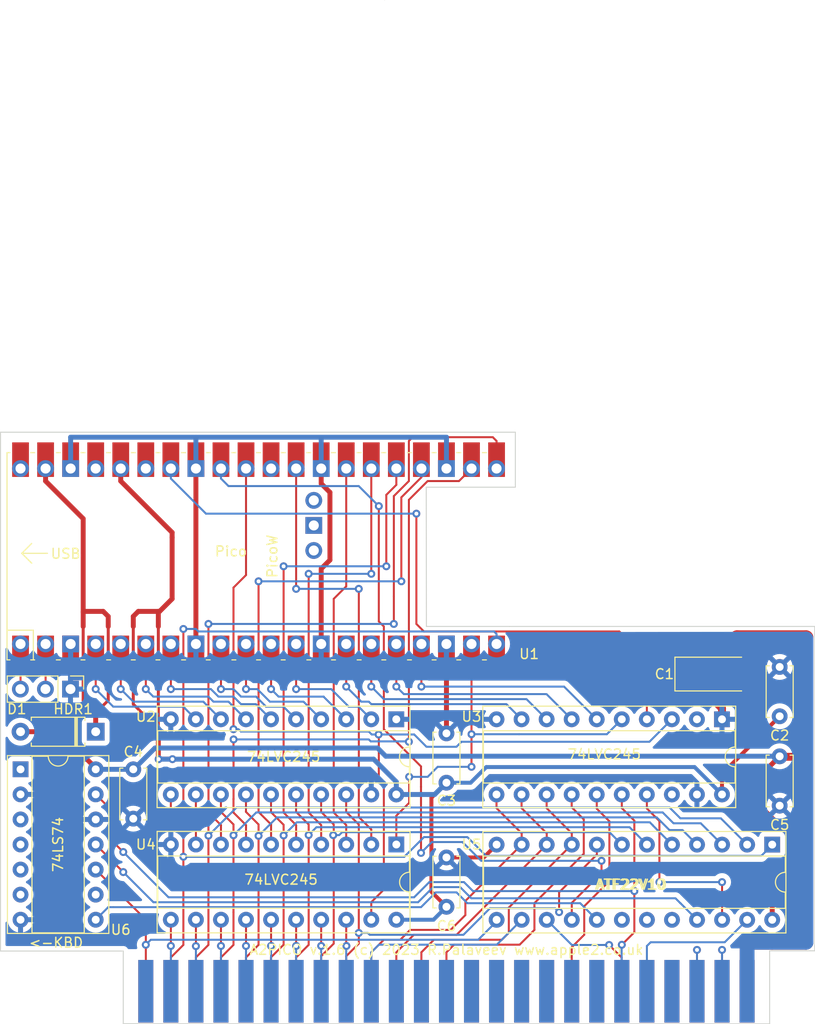
<source format=kicad_pcb>
(kicad_pcb (version 20211014) (generator pcbnew)
  (layers (0 "F.Cu" signal) (31 "B.Cu" signal) (34 "B.Paste" user) (35 "F.Paste" user) (36 "B.SilkS" user "B.Silkscreen") (37 "F.SilkS" user "F.Silkscreen") (38 "B.Mask" user) (39 "F.Mask" user) (44 "Edge.Cuts" user))
  (net 0 "")
  (net 1 "GND")
  (net 2 "3.3V")
  (net 3 "VSYS")
  (net 4 "5V")
  (footprint "" (layer "F.Cu") (at 147.32 135.519807)
    (fp_text reference "")
    (fp_text value "")
  )
  (footprint "" (layer "F.Cu") (at 144.78 135.519807)
    (fp_text reference "")
    (fp_text value "")
  )
  (footprint "" (layer "F.Cu") (at 167.64 135.519807)
    (fp_text reference "")
    (fp_text value "")
  )
  (footprint "" (layer "F.Cu") (at 165.1 135.519807)
    (fp_text reference "")
    (fp_text value "")
  )
  (footprint "Package_DIP:DIP-20_W7.62mm_Socket" (layer "F.Cu") (at 172.715 107.96 -90)
    (fp_text reference "U3")
    (fp_text value "74LVC245")
  )
  (footprint "" (layer "F.Cu") (at 147.32 135.519807)
    (fp_text reference "")
    (fp_text value "")
  )
  (footprint "" (layer "F.Cu") (at 172.72 135.519807)
    (fp_text reference "")
    (fp_text value "")
  )
  (footprint "" (layer "F.Cu") (at 160.02 135.519807)
    (fp_text reference "")
    (fp_text value "")
  )
  (footprint "" (layer "F.Cu") (at 124.46 135.519807)
    (fp_text reference "")
    (fp_text value "")
  )
  (footprint "Capacitor_THT:C_Disc_D5.0mm_W2.5mm_P5.00mm" (layer "F.Cu") (at 144.78 126.96 90)
    (fp_text reference "C6")
    (fp_text value "100n")
  )
  (footprint "" (layer "F.Cu") (at 167.64 135.519807)
    (fp_text reference "")
    (fp_text value "")
  )
  (footprint "" (layer "F.Cu") (at 114.3 135.519807)
    (fp_text reference "")
    (fp_text value "")
  )
  (footprint "" (layer "F.Cu") (at 116.84 135.519807)
    (fp_text reference "")
    (fp_text value "")
  )
  (footprint "" (layer "F.Cu") (at 139.7 135.519807)
    (fp_text reference "")
    (fp_text value "")
  )
  (footprint "" (layer "F.Cu") (at 152.4 135.519807)
    (fp_text reference "")
    (fp_text value "")
  )
  (footprint "Capacitor_THT:C_Disc_D5.0mm_W2.5mm_P5.00mm" (layer "F.Cu") (at 178.562 107.656 90)
    (fp_text reference "C2")
    (fp_text value "100n")
  )
  (footprint "Capacitor_Tantalum_SMD:CP_EIA-6032-15_Kemet-U" (layer "F.Cu") (at 171.704 103.378)
    (fp_text reference "C1")
    (fp_text value "220uF")
  )
  (footprint "" (layer "F.Cu") (at 149.86 135.519807)
    (fp_text reference "")
    (fp_text value "")
  )
  (footprint "" (layer "F.Cu") (at 124.46 135.519807)
    (fp_text reference "")
    (fp_text value "")
  )
  (footprint "Capacitor_THT:C_Disc_D5.0mm_W2.5mm_P5.00mm" (layer "F.Cu") (at 144.78 114.387 90)
    (fp_text reference "C3")
    (fp_text value "100n")
  )
  (footprint "" (layer "F.Cu") (at 137.16 135.519807)
    (fp_text reference "")
    (fp_text value "")
  )
  (footprint "" (layer "F.Cu") (at 162.56 135.519807)
    (fp_text reference "")
    (fp_text value "")
  )
  (footprint "Package_DIP:DIP-20_W7.62mm_Socket" (layer "F.Cu") (at 139.7 120.65 -90)
    (fp_text reference "U4")
    (fp_text value "74LVC245")
  )
  (footprint "" (layer "F.Cu") (at 142.24 135.519807)
    (fp_text reference "")
    (fp_text value "")
  )
  (footprint "" (layer "F.Cu") (at 137.16 135.519807)
    (fp_text reference "")
    (fp_text value "")
  )
  (footprint "" (layer "F.Cu") (at 154.94 135.519807)
    (fp_text reference "")
    (fp_text value "")
  )
  (footprint "" (layer "F.Cu") (at 119.38 135.519807)
    (fp_text reference "")
    (fp_text value "")
  )
  (footprint "" (layer "F.Cu") (at 127 135.519807)
    (fp_text reference "")
    (fp_text value "")
  )
  (footprint "Package_DIP:DIP-14_W7.62mm_Socket" (layer "F.Cu") (at 101.6 113.03)
    (fp_text reference "U6")
    (fp_text value "74LS74")
  )
  (footprint "Capacitor_THT:C_Disc_D5.0mm_W2.5mm_P5.00mm" (layer "F.Cu") (at 113.03 118.03 90)
    (fp_text reference "C4")
    (fp_text value "100n")
  )
  (footprint "Package_DIP:DIP-20_W7.62mm_Socket" (layer "F.Cu") (at 139.695 107.96 -90)
    (fp_text reference "U2")
    (fp_text value "74LVC245")
  )
  (footprint "RaspberryPI PicoW:RPi_PicoW_SMD_TH" (layer "F.Cu") (at 125.73 91.44 90)
    (fp_text reference "U1")
    (fp_text value "PicoW")
  )
  (footprint "" (layer "F.Cu") (at 157.48 135.519807)
    (fp_text reference "")
    (fp_text value "")
  )
  (footprint "" (layer "F.Cu") (at 175.26 135.519807)
    (fp_text reference "")
    (fp_text value "")
  )
  (footprint "" (layer "F.Cu") (at 134.62 135.519807)
    (fp_text reference "")
    (fp_text value "")
  )
  (footprint "" (layer "F.Cu") (at 160.02 135.519807)
    (fp_text reference "")
    (fp_text value "")
  )
  (footprint "" (layer "F.Cu") (at 139.7 135.519807)
    (fp_text reference "")
    (fp_text value "")
  )
  (footprint "Package_DIP:DIP-24_W7.62mm_Socket" (layer "F.Cu") (at 177.805 120.66 -90)
    (fp_text reference "U5")
    (fp_text value "ATF22V10")
  )
  (footprint "" (layer "F.Cu") (at 165.1 135.519807)
    (fp_text reference "")
    (fp_text value "")
  )
  (footprint "" (layer "F.Cu") (at 121.92 135.519807)
    (fp_text reference "")
    (fp_text value "")
  )
  (footprint "" (layer "F.Cu") (at 152.4 135.519807)
    (fp_text reference "")
    (fp_text value "")
  )
  (footprint "" (layer "F.Cu") (at 142.24 135.519807)
    (fp_text reference "")
    (fp_text value "")
  )
  (footprint "" (layer "F.Cu") (at 114.3 135.519807)
    (fp_text reference "")
    (fp_text value "")
  )
  (footprint "" (layer "F.Cu") (at 116.84 135.519807)
    (fp_text reference "")
    (fp_text value "")
  )
  (footprint "Connector_PinHeader_2.54mm:PinHeader_1x03_P2.54mm_Vertical" (layer "F.Cu") (at 106.665 104.902 -90)
    (fp_text reference "HDR1")
    (fp_text value "PinHeader_1x03_P2.54mm_Vertical" hide)
  )
  (footprint "" (layer "F.Cu") (at 157.48 135.519807)
    (fp_text reference "")
    (fp_text value "")
  )
  (footprint "" (layer "F.Cu") (at 149.86 135.519807)
    (fp_text reference "")
    (fp_text value "")
  )
  (footprint "" (layer "F.Cu") (at 129.54 135.519807)
    (fp_text reference "")
    (fp_text value "")
  )
  (footprint "" (layer "F.Cu") (at 127 135.519807)
    (fp_text reference "")
    (fp_text value "")
  )
  (footprint "" (layer "F.Cu") (at 170.18 135.519807)
    (fp_text reference "")
    (fp_text value "")
  )
  (footprint "" (layer "F.Cu") (at 121.92 135.519807)
    (fp_text reference "")
    (fp_text value "")
  )
  (footprint "" (layer "F.Cu") (at 172.72 135.519807)
    (fp_text reference "")
    (fp_text value "")
  )
  (footprint "" (layer "F.Cu") (at 132.08 135.519807)
    (fp_text reference "")
    (fp_text value "")
  )
  (footprint "" (layer "F.Cu") (at 134.62 135.519807)
    (fp_text reference "")
    (fp_text value "")
  )
  (footprint "" (layer "F.Cu") (at 162.56 135.519807)
    (fp_text reference "")
    (fp_text value "")
  )
  (footprint "" (layer "F.Cu") (at 119.38 135.519807)
    (fp_text reference "")
    (fp_text value "")
  )
  (footprint "Diode_THT:D_A-405_P7.62mm_Horizontal" (layer "F.Cu") (at 109.22 109.22 180)
    (fp_text reference "D1")
    (fp_text value "D_A-405_P7.62mm_Horizontal" hide)
  )
  (footprint "" (layer "F.Cu") (at 154.94 135.519807)
    (fp_text reference "")
    (fp_text value "")
  )
  (footprint "" (layer "F.Cu") (at 144.78 135.519807)
    (fp_text reference "")
    (fp_text value "")
  )
  (footprint "" (layer "F.Cu") (at 170.18 135.519807)
    (fp_text reference "")
    (fp_text value "")
  )
  (footprint "" (layer "F.Cu") (at 129.54 135.519807)
    (fp_text reference "")
    (fp_text value "")
  )
  (footprint "Capacitor_THT:C_Disc_D5.0mm_W2.5mm_P5.00mm" (layer "F.Cu") (at 178.562 116.713 90)
    (fp_text reference "C5")
    (fp_text value "100n")
  )
  (footprint "" (layer "F.Cu") (at 175.26 135.519807)
    (fp_text reference "")
    (fp_text value "")
  )
  (footprint "" (layer "F.Cu") (at 132.08 135.519807)
    (fp_text reference "")
    (fp_text value "")
  )
  (gr_line (start 102.73 90.14) (end 101.73 91.14) (layer "F.SilkS") (width 0.12))
  (gr_line (start 101.73 91.14) (end 102.73 92.14) (layer "F.SilkS") (width 0.12))
  (gr_line (start 104.33 91.14) (end 101.73 91.14) (layer "F.SilkS") (width 0.12))
  (gr_line (start 102.73 92.14) (end 101.73 91.14) (layer "F.SilkS") (width 0.12))
  (gr_line (start 177.546 138.821807) (end 177.546 131.4196) (layer "Edge.Cuts") (width 0.1))
  (gr_line (start 151.1808 98.552) (end 182.118 98.552) (layer "Edge.Cuts") (width 0.1))
  (gr_line (start 151.1808 98.552) (end 142.748 98.552) (layer "Edge.Cuts") (width 0.1))
  (gr_line (start 142.73 84.44) (end 142.748 98.552) (layer "Edge.Cuts") (width 0.1))
  (gr_line (start 177.546 131.4196) (end 182.118 131.4196) (layer "Edge.Cuts") (width 0.1))
  (gr_line (start 99.568 131.445) (end 99.568 78.867) (layer "Edge.Cuts") (width 0.1))
  (gr_line (start 99.568 78.867) (end 151.765 78.867) (layer "Edge.Cuts") (width 0.1))
  (gr_line (start 112.014 131.445) (end 99.568 131.445) (layer "Edge.Cuts") (width 0.1))
  (gr_line (start 151.765 78.867) (end 151.765 84.44) (layer "Edge.Cuts") (width 0.1))
  (gr_line (start 112.014 138.811) (end 177.546 138.821807) (layer "Edge.Cuts") (width 0.1))
  (gr_line (start 138.516 35.096) (end 138.516 35.096) (layer "Edge.Cuts") (width 0.05))
  (gr_line (start 142.73 84.44) (end 151.765 84.44) (layer "Edge.Cuts") (width 0.1))
  (gr_line (start 112.014 138.811) (end 112.014 131.445) (layer "Edge.Cuts") (width 0.1))
  (gr_line (start 182.118 131.4196) (end 182.118 98.552) (layer "Edge.Cuts") (width 0.1))
  (gr_text "" (at 152.4 135.519807) (layer "F.SilkS") (effects (font (size 1.27 1.27))))
  (gr_text "" (at 152.4 135.519807) (layer "F.SilkS") (effects (font (size 1.27 1.27))))
  (gr_text "A2PICO v.1.6 (c) 2023 R.Palaveev www.apple2.co.uk" (at 144.78 131.318) (layer "F.SilkS") (effects (font (size 1 1))))
  (gr_text "Pico" (at 122.93 90.94) (layer "F.SilkS") (effects (font (size 1 1))))
  (gr_text "USB" (at 106.172 91.186) (layer "F.SilkS") (effects (font (size 1 1))))
  (gr_text "<-KBD" (at 105.2 130.6) (layer "F.SilkS") (effects (font (size 1 1))))
  (gr_text "ATF22V10" (at 163.576 124.714) (layer "F.SilkS") (effects (font (size 1 1))))
  (segment (start 104.14 104.887) (end 104.125 104.902) (width 0.2) (layer "F.Cu") (net 0))
  (segment (start 142.2 114.8) (end 142.2 121.5) (width 0.2) (layer "F.Cu") (net 0))
  (segment (start 111.76 100.33) (end 111.76 104.902) (width 0.2) (layer "F.Cu") (net 0))
  (segment (start 137.9 109.5) (end 137.922 109.522) (width 0.2) (layer "F.Cu") (net 0))
  (segment (start 123.19 127.508) (end 123.19 119.71) (width 0.2) (layer "F.Cu") (net 0))
  (segment (start 135.895 116.083) (end 135.895 107.183) (width 0.2) (layer "F.Cu") (net 0))
  (segment (start 134.62 94.488) (end 133.35 95.758) (width 0.2) (layer "F.Cu") (net 0))
  (segment (start 138.43 125.222) (end 137.16 126.492) (width 0.2) (layer "F.Cu") (net 0))
  (segment (start 124.46 104.902) (end 124.46 100.33) (width 0.2) (layer "F.Cu") (net 0))
  (segment (start 166.37 124.46) (end 166.37 118.27) (width 0.2) (layer "F.Cu") (net 0))
  (segment (start 154.945 120.66) (end 145.805 129.8) (width 0.2) (layer "F.Cu") (net 0))
  (segment (start 123.19 119.71) (end 123.19 118.618) (width 0.2) (layer "F.Cu") (net 0))
  (segment (start 166.37 118.27) (end 165.095 116.995) (width 0.2) (layer "F.Cu") (net 0))
  (segment (start 116.84 132.09) (end 118.11 130.82) (width 0.2) (layer "F.Cu") (net 0))
  (segment (start 129.54 94.742) (end 129.54 82.55) (width 0.2) (layer "F.Cu") (net 0))
  (segment (start 158.75 129.794) (end 157.48 131.064) (width 0.2) (layer "F.Cu") (net 0))
  (segment (start 130.81 93.218) (end 130.81 117.4115) (width 0.2) (layer "F.Cu") (net 0))
  (segment (start 121.92 130.927258) (end 121.92 128.27) (width 0.2) (layer "F.Cu") (net 0))
  (segment (start 114.3 128.27) (end 109.22 123.19) (width 0.2) (layer "F.Cu") (net 0))
  (segment (start 121.92 120.5865) (end 121.92 118.6815) (width 0.2) (layer "F.Cu") (net 0))
  (segment (start 152.395 116.962) (end 154.945 119.512) (width 0.2) (layer "F.Cu") (net 0))
  (segment (start 142.875 83.82) (end 146.05 83.82) (width 0.2) (layer "F.Cu") (net 0))
  (segment (start 137.16 120.5965) (end 137.16 119.126) (width 0.2) (layer "F.Cu") (net 0))
  (segment (start 150.4 130.3) (end 143.512 130.3) (width 0.2) (layer "F.Cu") (net 0))
  (segment (start 116.835 117.47) (end 116.835 115.58) (width 0.2) (layer "F.Cu") (net 0))
  (segment (start 139.482 110.018) (end 138.43 108.966) (width 0.2) (layer "F.Cu") (net 0))
  (segment (start 130.81 125.984) (end 130.81 119.69) (width 0.2) (layer "F.Cu") (net 0))
  (segment (start 123.195 112.273) (end 123.19 112.268) (width 0.2) (layer "F.Cu") (net 0))
  (segment (start 160.5 123.55) (end 157.485 126.565) (width 0.2) (layer "F.Cu") (net 0))
  (segment (start 137.922 98.044) (end 137.922 86.36) (width 0.2) (layer "F.Cu") (net 0))
  (segment (start 132.075 117.343) (end 132.075 115.58) (width 0.2) (layer "F.Cu") (net 0))
  (segment (start 140.098 130.302) (end 138.43 130.302) (width 0.2) (layer "F.Cu") (net 0))
  (segment (start 140.97 83.82) (end 140.97 79.756) (width 0.2) (layer "F.Cu") (net 0))
  (segment (start 158.75 126.9) (end 158.75 129.794) (width 0.2) (layer "F.Cu") (net 0))
  (segment (start 128.27 92.456) (end 128.27 117.4115) (width 0.2) (layer "F.Cu") (net 0))
  (segment (start 149.855 116.962) (end 152.405 119.512) (width 0.2) (layer "F.Cu") (net 0))
  (segment (start 135.89 129.61) (end 135.89 123.444) (width 0.2) (layer "F.Cu") (net 0))
  (segment (start 128.27 130.801065) (end 128.27 126.492) (width 0.2) (layer "F.Cu") (net 0))
  (segment (start 161.3 118.3) (end 161.3 124.35) (width 0.2) (layer "F.Cu") (net 0))
  (segment (start 149.86 79.756) (end 149.86 82.55) (width 0.2) (layer "F.Cu") (net 0))
  (segment (start 118.11 118.745) (end 116.835 117.47) (width 0.2) (layer "F.Cu") (net 0))
  (segment (start 132.08 131.963) (end 133.35 130.693) (width 0.2) (layer "F.Cu") (net 0))
  (segment (start 129.54 132.09) (end 130.81 130.82) (width 0.2) (layer "F.Cu") (net 0))
  (segment (start 134.62 104.14) (end 134.62 104.648) (width 0.2) (layer "F.Cu") (net 0))
  (segment (start 132.08 130.927258) (end 132.08 128.27) (width 0.2) (layer "F.Cu") (net 0))
  (segment (start 160.025 120.66) (end 160.025 121.675) (width 0.2) (layer "F.Cu") (net 0))
  (segment (start 118.11 130.048) (end 118.11 121.89) (width 0.2) (layer "F.Cu") (net 0))
  (segment (start 125.73 118.618) (end 124.455 117.343) (width 0.2) (layer "F.Cu") (net 0))
  (segment (start 157.48 131.064) (end 157.48 138.040065) (width 0.2) (layer "F.Cu") (net 0))
  (segment (start 129.54 138.040065) (end 129.54 132.070258) (width 0.2) (layer "F.Cu") (net 0))
  (segment (start 116.84 130.927258) (end 116.84 128.27) (width 0.2) (layer "F.Cu") (net 0))
  (segment (start 130.81 118.618) (end 129.535 117.343) (width 0.2) (layer "F.Cu") (net 0))
  (segment (start 120.65 109.21) (end 120.655 109.215) (width 0.2) (layer "F.Cu") (net 0))
  (segment (start 157.485 119.512) (end 157.485 120.66) (width 0.2) (layer "F.Cu") (net 0))
  (segment (start 140.97 79.756) (end 141.351 79.375) (width 0.2) (layer "F.Cu") (net 0))
  (segment (start 145.2 129.3) (end 141.1 129.3) (width 0.2) (layer "F.Cu") (net 0))
  (segment (start 123.19 118.618) (end 121.915 117.343) (width 0.2) (layer "F.Cu") (net 0))
  (segment (start 135.89 106.924) (end 135.895 106.929) (width 0.2) (layer "F.Cu") (net 0))
  (segment (start 156.2 125.5) (end 156.2 127.5) (width 0.2) (layer "F.Cu") (net 0))
  (segment (start 124.46 93.345) (end 124.46 82.55) (width 0.2) (layer "F.Cu") (net 0))
  (segment (start 160.015 117.015) (end 161.3 118.3) (width 0.2) (layer "F.Cu") (net 0))
  (segment (start 153.7 126.589) (end 153.7 129.3) (width 0.2) (layer "F.Cu") (net 0))
  (segment (start 160.025 121.675) (end 156.2 125.5) (width 0.2) (layer "F.Cu") (net 0))
  (segment (start 162.56 130.81) (end 163.83 129.54) (width 0.2) (layer "F.Cu") (net 0))
  (segment (start 134.62 131.953) (end 134.62 138.040065) (width 0.2) (layer "F.Cu") (net 0))
  (segment (start 118.11 119.69) (end 118.11 118.745) (width 0.2) (layer "F.Cu") (net 0))
  (segment (start 127 132.325065) (end 127 137.932) (width 0.2) (layer "F.Cu") (net 0))
  (segment (start 118.11 117.475) (end 118.11 98.806) (width 0.2) (layer "F.Cu") (net 0))
  (segment (start 133.35 125.476) (end 133.35 118.618) (width 0.2) (layer "F.Cu") (net 0))
  (segment (start 140.208 93.98) (end 140.208 85.471) (width 0.2) (layer "F.Cu") (net 0))
  (segment (start 141.472 129.8) (end 139.7 131.572) (width 0.2) (layer "F.Cu") (net 0))
  (segment (start 104.14 100.33) (end 104.14 104.887) (width 0.2) (layer "F.Cu") (net 0))
  (segment (start 165.095 101.849) (end 165.095 107.96) (width 0.2) (layer "F.Cu") (net 0))
  (segment (start 127 132.071065) (end 128.27 130.801065) (width 0.2) (layer "F.Cu") (net 0))
  (segment (start 125.73 127) (end 125.73 119.77) (width 0.2) (layer "F.Cu") (net 0))
  (segment (start 143.512 130.3) (end 142.24 131.572) (width 0.2) (layer "F.Cu") (net 0))
  (segment (start 124.46 118.6815) (end 123.19 117.4115) (width 0.2) (layer "F.Cu") (net 0))
  (segment (start 138.43 130.302) (end 137.16 131.572) (width 0.2) (layer "F.Cu") (net 0))
  (segment (start 162.540258 132.099742) (end 161.270258 130.829742) (width 0.2) (layer "F.Cu") (net 0))
  (segment (start 141.1 129.3) (end 140.098 130.302) (width 0.2) (layer "F.Cu") (net 0))
  (segment (start 137.922 109.522) (end 137.922 114.046) (width 0.2) (layer "F.Cu") (net 0))
  (segment (start 172.72 131.328807) (end 172.72 135.265807) (width 0.2) (layer "F.Cu") (net 0))
  (segment (start 140.208 85.471) (end 142.24 83.439) (width 0.2) (layer "F.Cu") (net 0))
  (segment (start 101.6 100.33) (end 101.6 104.887) (width 0.2) (layer "F.Cu") (net 0))
  (segment (start 139.7 131.572) (end 139.7 135.519807) (width 0.2) (layer "F.Cu") (net 0))
  (segment (start 137.16 126.492) (end 137.16 128.27) (width 0.2) (layer "F.Cu") (net 0))
  (segment (start 145.552 130.8) (end 144.78 131.572) (width 0.2) (layer "F.Cu") (net 0))
  (segment (start 109.22 120.65) (end 112.014 123.444) (width 0.2) (layer "F.Cu") (net 0))
  (segment (start 132.08 131.943258) (end 132.08 138.040065) (width 0.2) (layer "F.Cu") (net 0))
  (segment (start 135.89 130.693) (end 135.89 129.61) (width 0.2) (layer "F.Cu") (net 0))
  (segment (start 146.05 83.82) (end 147.32 82.55) (width 0.2) (layer "F.Cu") (net 0))
  (segment (start 120.65 119.75) (end 120.65 118.745) (width 0.2) (layer "F.Cu") (net 0))
  (segment (start 142.2 112.736) (end 142.2 114.8) (width 0.2) (layer "F.Cu") (net 0))
  (segment (start 128.27 119.73) (end 128.27 118.64975) (width 0.2) (layer "F.Cu") (net 0))
  (segment (start 120.65 98.298) (end 120.65 109.21) (width 0.2) (layer "F.Cu") (net 0))
  (segment (start 119.375 117.47) (end 119.375 115.58) (width 0.2) (layer "F.Cu") (net 0))
  (segment (start 152.395 115.58) (end 152.395 116.962) (width 0.2) (layer "F.Cu") (net 0))
  (segment (start 134.62 82.55) (end 134.62 94.488) (width 0.2) (layer "F.Cu") (net 0))
  (segment (start 152.405 119.512) (end 152.405 120.66) (width 0.2) (layer "F.Cu") (net 0))
  (segment (start 134.62 130.907516) (end 134.62 128.27) (width 0.2) (layer "F.Cu") (net 0))
  (segment (start 123.19 108.966) (end 123.19 94.615) (width 0.2) (layer "F.Cu") (net 0))
  (segment (start 139.7 117.729) (end 139.7 120.65) (width 0.2) (layer "F.Cu") (net 0))
  (segment (start 135.89 117.856) (end 135.89 116.0245) (width 0.2) (layer "F.Cu") (net 0))
  (segment (start 157.485 120.66) (end 151.1 127.045) (width 0.2) (layer "F.Cu") (net 0))
  (segment (start 161.3 124.35) (end 158.75 126.9) (width 0.2) (layer "F.Cu") (net 0))
  (segment (start 124.46 130.927258) (end 124.46 128.27) (width 0.2) (layer "F.Cu") (net 0))
  (segment (start 133.35 95.758) (end 133.35 117.4115) (width 0.2) (layer "F.Cu") (net 0))
  (segment (start 123.19 94.615) (end 124.46 93.345) (width 0.2) (layer "F.Cu") (net 0))
  (segment (start 120.87225 117.63375) (end 120.65 117.4115) (width 0.2) (layer "F.Cu") (net 0))
  (segment (start 147.32 109.474) (end 147.32 100.33) (width 0.2) (layer "F.Cu") (net 0))
  (segment (start 172.725 124.465) (end 172.725 128.28) (width 0.2) (layer "F.Cu") (net 0))
  (segment (start 133.35 117.4115) (end 134.62 118.6815) (width 0.2) (layer "F.Cu") (net 0))
  (segment (start 144.78 131.572) (end 144.78 135.519807) (width 0.2) (layer "F.Cu") (net 0))
  (segment (start 135.895 106.675) (end 135.895 94.747) (width 0.2) (layer "F.Cu") (net 0))
  (segment (start 139.7 84.201) (end 139.7 82.55) (width 0.2) (layer "F.Cu") (net 0))
  (segment (start 127 130.927258) (end 127 128.27) (width 0.2) (layer "F.Cu") (net 0))
  (segment (start 121.92 132.09) (end 123.19 130.82) (width 0.2) (layer "F.Cu") (net 0))
  (segment (start 120.65 118.745) (end 119.375 117.47) (width 0.2) (layer "F.Cu") (net 0))
  (segment (start 128.27 117.4115) (end 129.54 118.6815) (width 0.2) (layer "F.Cu") (net 0))
  (segment (start 119.38 130.947) (end 119.38 128.27) (width 0.2) (layer "F.Cu") (net 0))
  (segment (start 130.81 119.69) (end 130.81 118.618) (width 0.2) (layer "F.Cu") (net 0))
  (segment (start 142.24 100.33) (end 142.24 104.648) (width 0.2) (layer "F.Cu") (net 0))
  (segment (start 157.475 115.58) (end 157.475 116.875) (width 0.2) (layer "F.Cu") (net 0))
  (segment (start 139.446 95.504) (end 139.446 98.298) (width 0.2) (layer "F.Cu") (net 0))
  (segment (start 114.3 130.81) (end 114.3 135.754065) (width 0.2) (layer "F.Cu") (net 0))
  (segment (start 147.32 109.474) (end 147.32 112.776) (width 0.2) (layer "F.Cu") (net 0))
  (segment (start 154.935 116.962) (end 157.485 119.512) (width 0.2) (layer "F.Cu") (net 0))
  (segment (start 142.24 83.439) (end 142.24 82.55) (width 0.2) (layer "F.Cu") (net 0))
  (segment (start 134.62 104.14) (end 134.62 100.33) (width 0.2) (layer "F.Cu") (net 0))
  (segment (start 172.72 124.46) (end 172.725 124.465) (width 0.2) (layer "F.Cu") (net 0))
  (segment (start 128.27 126.492) (end 128.27 119.73) (width 0.2) (layer "F.Cu") (net 0))
  (segment (start 110.998 120.396) (end 110.998 117.348) (width 0.2) (layer "F.Cu") (net 0))
  (segment (start 137.16 104.14) (end 137.16 104.648) (width 0.2) (layer "F.Cu") (net 0))
  (segment (start 149.855 115.58) (end 149.855 116.962) (width 0.2) (layer "F.Cu") (net 0))
  (segment (start 154.945 119.512) (end 154.945 120.66) (width 0.2) (layer "F.Cu") (net 0))
  (segment (start 119.38 132.070258) (end 119.38 138.040065) (width 0.2) (layer "F.Cu") (net 0))
  (segment (start 141 113.792) (end 141 116.429) (width 0.2) (layer "F.Cu") (net 0))
  (segment (start 158.7 118.1) (end 158.7 121.589) (width 0.2) (layer "F.Cu") (net 0))
  (segment (start 160.5 122.3) (end 160.5 123.55) (width 0.2) (layer "F.Cu") (net 0))
  (segment (start 125.73 119.77) (end 125.73 118.618) (width 0.2) (layer "F.Cu") (net 0))
  (segment (start 119.38 118.745) (end 118.11 117.475) (width 0.2) (layer "F.Cu") (net 0))
  (segment (start 137.922 114.046) (end 138.43 114.554) (width 0.2) (layer "F.Cu") (net 0))
  (segment (start 121.92 118.6815) (end 120.87225 117.63375) (width 0.2) (layer "F.Cu") (net 0))
  (segment (start 138.43 114.554) (end 138.43 125.222) (width 0.2) (layer "F.Cu") (net 0))
  (segment (start 138.43 108.966) (end 138.43 98.552) (width 0.2) (layer "F.Cu") (net 0))
  (segment (start 114.3 130.81) (end 114.3 128.27) (width 0.2) (layer "F.Cu") (net 0))
  (segment (start 120.655 117.4165) (end 120.87225 117.63375) (width 0.2) (layer "F.Cu") (net 0))
  (segment (start 124.46 120.5865) (end 124.46 118.6815) (width 0.2) (layer "F.Cu") (net 0))
  (segment (start 146.7 126.365) (end 146.7 127.8) (width 0.2) (layer "F.Cu") (net 0))
  (segment (start 134.62 118.6815) (end 134.62 120.5865) (width 0.2) (layer "F.Cu") (net 0))
  (segment (start 146.7 127.8) (end 145.2 129.3) (width 0.2) (layer "F.Cu") (net 0))
  (segment (start 145.805 129.8) (end 141.472 129.8) (width 0.2) (layer "F.Cu") (net 0))
  (segment (start 119.38 120.65) (end 119.38 118.745) (width 0.2) (layer "F.Cu") (net 0))
  (segment (start 121.915 117.343) (end 121.915 115.58) (width 0.2) (layer "F.Cu") (net 0))
  (segment (start 151.1 129.6) (end 150.4 130.3) (width 0.2) (layer "F.Cu") (net 0))
  (segment (start 137.16 93.218) (end 137.16 82.55) (width 0.2) (layer "F.Cu") (net 0))
  (segment (start 162.555 116.955) (end 162.555 115.58) (width 0.2) (layer "F.Cu") (net 0))
  (segment (start 129.54 104.902) (end 129.54 100.33) (width 0.2) (layer "F.Cu") (net 0))
  (segment (start 109.22 100.33) (end 109.22 104.902) (width 0.2) (layer "F.Cu") (net 0))
  (segment (start 141 116.429) (end 139.7 117.729) (width 0.2) (layer "F.Cu") (net 0))
  (segment (start 124.46 132.070258) (end 124.46 138.040065) (width 0.2) (layer "F.Cu") (net 0))
  (segment (start 134.62 131.963) (end 135.89 130.693) (width 0.2) (layer "F.Cu") (net 0))
  (segment (start 138.43 98.552) (end 137.922 98.044) (width 0.2) (layer "F.Cu") (net 0))
  (segment (start 123.19 130.82) (end 123.19 127.508) (width 0.2) (layer "F.Cu") (net 0))
  (segment (start 139.446 85.344) (end 140.97 83.82) (width 0.2) (layer "F.Cu") (net 0))
  (segment (start 133.35 130.693) (end 133.35 125.476) (width 0.2) (layer "F.Cu") (net 0))
  (segment (start 152.405 120.66) (end 146.7 126.365) (width 0.2) (layer "F.Cu") (net 0))
  (segment (start 114.3 100.33) (end 114.3 104.902) (width 0.2) (layer "F.Cu") (net 0))
  (segment (start 141.351 79.375) (end 149.479 79.375) (width 0.2) (layer "F.Cu") (net 0))
  (segment (start 137.16 119.126) (end 135.89 117.856) (width 0.2) (layer "F.Cu") (net 0))
  (segment (start 120.65 130.82) (end 120.65 119.75) (width 0.2) (layer "F.Cu") (net 0))
  (segment (start 141.732 87.122) (end 141.732 98.298) (width 0.2) (layer "F.Cu") (net 0))
  (segment (start 163.83 118.23) (end 162.555 116.955) (width 0.2) (layer "F.Cu") (net 0))
  (segment (start 125.73 93.98) (end 125.73 117.348) (width 0.2) (layer "F.Cu") (net 0))
  (segment (start 129.54 130.927258) (end 129.54 128.27) (width 0.2) (layer "F.Cu") (net 0))
  (segment (start 162.306 99.06) (end 165.095 101.849) (width 0.2) (layer "F.Cu") (net 0))
  (segment (start 135.895 106.675) (end 135.895 107.183) (width 0.2) (layer "F.Cu") (net 0))
  (segment (start 154.935 115.58) (end 154.935 116.962) (width 0.2) (layer "F.Cu") (net 0))
  (segment (start 127 104.902) (end 127 100.33) (width 0.2) (layer "F.Cu") (net 0))
  (segment (start 127 118.618) (end 127 120.65) (width 0.2) (layer "F.Cu") (net 0))
  (segment (start 137.16 131.572) (end 137.16 135.519807) (width 0.2) (layer "F.Cu") (net 0))
  (segment (start 127 132.325065) (end 127 132.198065) (width 0.2) (layer "F.Cu") (net 0))
  (segment (start 141.732 98.298) (end 142.494 99.06) (width 0.2) (layer "F.Cu") (net 0))
  (segment (start 118.11 121.89) (end 118.11 119.69) (width 0.2) (layer "F.Cu") (net 0))
  (segment (start 158.7 121.589) (end 153.7 126.589) (width 0.2) (layer "F.Cu") (net 0))
  (segment (start 170.18 131.328807) (end 170.18 135.265807) (width 0.2) (layer "F.Cu") (net 0))
  (segment (start 133.35 118.618) (end 132.075 117.343) (width 0.2) (layer "F.Cu") (net 0))
  (segment (start 124.455 117.343) (end 124.455 115.58) (width 0.2) (layer "F.Cu") (net 0))
  (segment (start 123.19 112.268) (end 123.19 110.01) (width 0.2) (layer "F.Cu") (net 0))
  (segment (start 140.97 85.725) (end 142.875 83.82) (width 0.2) (layer "F.Cu") (net 0))
  (segment (start 126.995 117.37475) (end 126.995 115.58) (width 0.2) (layer "F.Cu") (net 0))
  (segment (start 165.095 116.995) (end 165.095 115.58) (width 0.2) (layer "F.Cu") (net 0))
  (segment (start 139.482 110.018) (end 142.2 112.736) (width 0.2) (layer "F.Cu") (net 0))
  (segment (start 138.684 85.217) (end 139.7 84.201) (width 0.2) (layer "F.Cu") (net 0))
  (segment (start 163.83 129.54) (end 163.83 125.37) (width 0.2) (layer "F.Cu") (net 0))
  (segment (start 151.1 127.045) (end 151.1 129.6) (width 0.2) (layer "F.Cu") (net 0))
  (segment (start 149.479 79.375) (end 149.86 79.756) (width 0.2) (layer "F.Cu") (net 0))
  (segment (start 130.81 130.82) (end 130.81 125.984) (width 0.2) (layer "F.Cu") (net 0))
  (segment (start 120.655 109.215) (end 120.655 117.4165) (width 0.2) (layer "F.Cu") (net 0))
  (segment (start 129.54 118.6815) (end 129.54 120.5865) (width 0.2) (layer "F.Cu") (net 0))
  (segment (start 129.535 117.343) (end 129.535 115.58) (width 0.2) (layer "F.Cu") (net 0))
  (segment (start 116.84 100.33) (end 116.84 104.902) (width 0.2) (layer "F.Cu") (net 0))
  (segment (start 157.485 126.565) (end 157.485 128.28) (width 0.2) (layer "F.Cu") (net 0))
  (segment (start 110.998 117.348) (end 109.22 115.57) (width 0.2) (layer "F.Cu") (net 0))
  (segment (start 125.73 117.348) (end 127 118.618) (width 0.2) (layer "F.Cu") (net 0))
  (segment (start 162.540258 132.089742) (end 162.540258 138.176807) (width 0.2) (layer "F.Cu") (net 0))
  (segment (start 128.27 118.64975) (end 126.995 117.37475) (width 0.2) (layer "F.Cu") (net 0))
  (segment (start 135.89 123.444) (end 135.89 118.618) (width 0.2) (layer "F.Cu") (net 0))
  (segment (start 130.81 117.4115) (end 132.08 118.6815) (width 0.2) (layer "F.Cu") (net 0))
  (segment (start 138.684 92.456) (end 138.684 85.217) (width 0.2) (layer "F.Cu") (net 0))
  (segment (start 153.7 129.3) (end 152.2 130.8) (width 0.2) (layer "F.Cu") (net 0))
  (segment (start 123.19 117.4115) (end 123.19 116.0145) (width 0.2) (layer "F.Cu") (net 0))
  (segment (start 139.446 95.504) (end 139.446 85.344) (width 0.2) (layer "F.Cu") (net 0))
  (segment (start 135.895 107.183) (end 135.895 106.929) (width 0.2) (layer "F.Cu") (net 0))
  (segment (start 132.08 118.6815) (end 132.08 120.5865) (width 0.2) (layer "F.Cu") (net 0))
  (segment (start 112.014 121.412) (end 110.998 120.396) (width 0.2) (layer "F.Cu") (net 0))
  (segment (start 163.83 125.37) (end 163.83 118.23) (width 0.2) (layer "F.Cu") (net 0))
  (segment (start 125.73 130.82) (end 125.73 127) (width 0.2) (layer "F.Cu") (net 0))
  (segment (start 123.19 110.01) (end 123.2 110) (width 0.2) (layer "F.Cu") (net 0))
  (segment (start 118.11 130.82) (end 118.11 130.048) (width 0.2) (layer "F.Cu") (net 0))
  (segment (start 124.46 132.09) (end 125.73 130.82) (width 0.2) (layer "F.Cu") (net 0))
  (segment (start 137.16 104.14) (end 137.16 100.33) (width 0.2) (layer "F.Cu") (net 0))
  (segment (start 123.195 116.073) (end 123.195 112.273) (width 0.2) (layer "F.Cu") (net 0))
  (segment (start 101.6 104.887) (end 101.585 104.902) (width 0.2) (layer "F.Cu") (net 0))
  (segment (start 157.475 116.875) (end 158.7 118.1) (width 0.2) (layer "F.Cu") (net 0))
  (segment (start 119.38 132.09) (end 120.65 130.82) (width 0.2) (layer "F.Cu") (net 0))
  (segment (start 121.92 138.040065) (end 121.92 132.070258) (width 0.2) (layer "F.Cu") (net 0))
  (segment (start 142.494 99.06) (end 162.306 99.06) (width 0.2) (layer "F.Cu") (net 0))
  (segment (start 135.89 118.618) (end 134.615 117.343) (width 0.2) (layer "F.Cu") (net 0))
  (segment (start 116.84 138.040065) (end 116.84 132.070258) (width 0.2) (layer "F.Cu") (net 0))
  (segment (start 152.2 130.8) (end 145.552 130.8) (width 0.2) (layer "F.Cu") (net 0))
  (segment (start 160.015 115.58) (end 160.015 117.015) (width 0.2) (layer "F.Cu") (net 0))
  (segment (start 121.92 100.076) (end 121.92 104.902) (width 0.2) (layer "F.Cu") (net 0))
  (segment (start 127 132.325065) (end 127 132.071065) (width 0.2) (layer "F.Cu") (net 0))
  (segment (start 140.97 110.236) (end 140.97 85.725) (width 0.2) (layer "F.Cu") (net 0))
  (segment (start 134.615 117.343) (end 134.615 115.58) (width 0.2) (layer "F.Cu") (net 0))
  (segment (start 139.7 100.33) (end 139.7 104.648) (width 0.2) (layer "F.Cu") (net 0))
  (segment (start 142.24 131.572) (end 142.24 135.519807) (width 0.2) (layer "F.Cu") (net 0))
  (via (at 112.014 121.412) (size 0.8) (drill 0.4) (layers "F.Cu" "B.Cu") (net 0))
  (via (at 132.08 130.927258) (size 0.8) (drill 0.4) (layers "F.Cu" "B.Cu") (net 0))
  (via (at 123.19 119.71) (size 0.8) (drill 0.4) (layers "F.Cu" "B.Cu") (net 0))
  (via (at 130.81 93.218) (size 0.8) (drill 0.4) (layers "F.Cu" "B.Cu") (net 0))
  (via (at 139.446 98.298) (size 0.8) (drill 0.4) (layers "F.Cu" "B.Cu") (net 0))
  (via (at 123.19 108.966) (size 0.8) (drill 0.4) (layers "F.Cu" "B.Cu") (net 0))
  (via (at 141.732 87.122) (size 0.8) (drill 0.4) (layers "F.Cu" "B.Cu") (net 0))
  (via (at 133.3 119.7) (size 0.8) (drill 0.4) (layers "F.Cu" "B.Cu") (net 0))
  (via (at 130.81 119.69) (size 0.8) (drill 0.4) (layers "F.Cu" "B.Cu") (net 0))
  (via (at 142.2 121.5) (size 0.8) (drill 0.4) (layers "F.Cu" "B.Cu") (net 0))
  (via (at 139.7 104.648) (size 0.8) (drill 0.4) (layers "F.Cu" "B.Cu") (net 0))
  (via (at 118.11 121.89) (size 0.8) (drill 0.4) (layers "F.Cu" "B.Cu") (net 0))
  (via (at 116.84 130.927258) (size 0.8) (drill 0.4) (layers "F.Cu" "B.Cu") (net 0))
  (via (at 140.208 93.98) (size 0.8) (drill 0.4) (layers "F.Cu" "B.Cu") (net 0))
  (via (at 121.92 130.927258) (size 0.8) (drill 0.4) (layers "F.Cu" "B.Cu") (net 0))
  (via (at 111.76 104.902) (size 0.8) (drill 0.4) (layers "F.Cu" "B.Cu") (net 0))
  (via (at 109.22 104.902) (size 0.8) (drill 0.4) (layers "F.Cu" "B.Cu") (net 0))
  (via (at 123.2 110) (size 0.8) (drill 0.4) (layers "F.Cu" "B.Cu") (net 0))
  (via (at 170.18 131.328807) (size 0.8) (drill 0.4) (layers "F.Cu" "B.Cu") (net 0))
  (via (at 166.37 124.46) (size 0.8) (drill 0.4) (layers "F.Cu" "B.Cu") (net 0))
  (via (at 147.32 112.776) (size 0.8) (drill 0.4) (layers "F.Cu" "B.Cu") (net 0))
  (via (at 124.46 104.902) (size 0.8) (drill 0.4) (layers "F.Cu" "B.Cu") (net 0))
  (via (at 127 130.927258) (size 0.8) (drill 0.4) (layers "F.Cu" "B.Cu") (net 0))
  (via (at 129.54 94.742) (size 0.8) (drill 0.4) (layers "F.Cu" "B.Cu") (net 0))
  (via (at 128.27 119.73) (size 0.8) (drill 0.4) (layers "F.Cu" "B.Cu") (net 0))
  (via (at 114.3 130.81) (size 0.8) (drill 0.4) (layers "F.Cu" "B.Cu") (net 0))
  (via (at 125.73 93.98) (size 0.8) (drill 0.4) (layers "F.Cu" "B.Cu") (net 0))
  (via (at 163.83 125.37) (size 0.8) (drill 0.4) (layers "F.Cu" "B.Cu") (net 0))
  (via (at 129.54 104.902) (size 0.8) (drill 0.4) (layers "F.Cu" "B.Cu") (net 0))
  (via (at 161.270258 130.829742) (size 0.8) (drill 0.4) (layers "F.Cu" "B.Cu") (net 0))
  (via (at 134.62 104.648) (size 0.8) (drill 0.4) (layers "F.Cu" "B.Cu") (net 0))
  (via (at 147.32 109.474) (size 0.8) (drill 0.4) (layers "F.Cu" "B.Cu") (net 0))
  (via (at 119.38 130.947) (size 0.8) (drill 0.4) (layers "F.Cu" "B.Cu") (net 0))
  (via (at 137.16 93.218) (size 0.8) (drill 0.4) (layers "F.Cu" "B.Cu") (net 0))
  (via (at 128.27 92.456) (size 0.8) (drill 0.4) (layers "F.Cu" "B.Cu") (net 0))
  (via (at 142.24 104.648) (size 0.8) (drill 0.4) (layers "F.Cu" "B.Cu") (net 0))
  (via (at 137.9 109.5) (size 0.8) (drill 0.4) (layers "F.Cu" "B.Cu") (net 0))
  (via (at 135.89 94.742) (size 0.8) (drill 0.4) (layers "F.Cu" "B.Cu") (net 0))
  (via (at 129.54 130.927258) (size 0.8) (drill 0.4) (layers "F.Cu" "B.Cu") (net 0))
  (via (at 134.639742 130.927258) (size 0.8) (drill 0.4) (layers "F.Cu" "B.Cu") (net 0))
  (via (at 137.16 104.648) (size 0.8) (drill 0.4) (layers "F.Cu" "B.Cu") (net 0))
  (via (at 112.014 123.444) (size 0.8) (drill 0.4) (layers "F.Cu" "B.Cu") (net 0))
  (via (at 118.11 98.806) (size 0.8) (drill 0.4) (layers "F.Cu" "B.Cu") (net 0))
  (via (at 124.46 130.927258) (size 0.8) (drill 0.4) (layers "F.Cu" "B.Cu") (net 0))
  (via (at 120.65 119.75) (size 0.8) (drill 0.4) (layers "F.Cu" "B.Cu") (net 0))
  (via (at 114.3 104.902) (size 0.8) (drill 0.4) (layers "F.Cu" "B.Cu") (net 0))
  (via (at 160.5 122.3) (size 0.8) (drill 0.4) (layers "F.Cu" "B.Cu") (net 0))
  (via (at 120.65 98.298) (size 0.8) (drill 0.4) (layers "F.Cu" "B.Cu") (net 0))
  (via (at 121.92 104.902) (size 0.8) (drill 0.4) (layers "F.Cu" "B.Cu") (net 0))
  (via (at 156.2 127.5) (size 0.8) (drill 0.4) (layers "F.Cu" "B.Cu") (net 0))
  (via (at 162.56 130.81) (size 0.8) (drill 0.4) (layers "F.Cu" "B.Cu") (net 0))
  (via (at 116.84 104.902) (size 0.8) (drill 0.4) (layers "F.Cu" "B.Cu") (net 0))
  (via (at 172.72 131.328807) (size 0.8) (drill 0.4) (layers "F.Cu" "B.Cu") (net 0))
  (via (at 137.922 86.36) (size 0.8) (drill 0.4) (layers "F.Cu" "B.Cu") (net 0))
  (via (at 140.97 110.236) (size 0.8) (drill 0.4) (layers "F.Cu" "B.Cu") (net 0))
  (via (at 135.89 129.61) (size 0.8) (drill 0.4) (layers "F.Cu" "B.Cu") (net 0))
  (via (at 172.72 124.46) (size 0.8) (drill 0.4) (layers "F.Cu" "B.Cu") (net 0))
  (via (at 125.73 119.77) (size 0.8) (drill 0.4) (layers "F.Cu" "B.Cu") (net 0))
  (via (at 141 113.792) (size 0.8) (drill 0.4) (layers "F.Cu" "B.Cu") (net 0))
  (via (at 138.684 92.456) (size 0.8) (drill 0.4) (layers "F.Cu" "B.Cu") (net 0))
  (via (at 127 104.902) (size 0.8) (drill 0.4) (layers "F.Cu" "B.Cu") (net 0))
  (segment (start 156.703 104.648) (end 160.015 107.96) (width 0.2) (layer "B.Cu") (net 0))
  (segment (start 141.732 87.122) (end 120.396 87.122) (width 0.2) (layer "B.Cu") (net 0))
  (segment (start 156.2 127.5) (end 155.8 127.1) (width 0.2) (layer "B.Cu") (net 0))
  (segment (start 150.861 106.426) (end 137.16 106.426) (width 0.2) (layer "B.Cu") (net 0))
  (segment (start 123.19 104.902) (end 123.952 105.664) (width 0.2) (layer "B.Cu") (net 0))
  (segment (start 120.65 98.298) (end 139.446 98.298) (width 0.2) (layer "B.Cu") (net 0))
  (segment (start 165.7 118.7) (end 165.4 118.4) (width 0.2) (layer "B.Cu") (net 0))
  (segment (start 132.334 105.664) (end 127.762 105.664) (width 0.2) (layer "B.Cu") (net 0))
  (segment (start 162.555 107.96) (end 161.2925 109.2225) (width 0.2) (layer "B.Cu") (net 0))
  (segment (start 168.7125 119.1875) (end 167.3875 119.1875) (width 0.2) (layer "B.Cu") (net 0))
  (segment (start 120.142 106.187) (end 121.915 107.96) (width 0.2) (layer "B.Cu") (net 0))
  (segment (start 123.5 116.9) (end 167.4 116.9) (width 0.2) (layer "B.Cu") (net 0))
  (segment (start 133.3 119.7) (end 133.9 119.7) (width 0.2) (layer "B.Cu") (net 0))
  (segment (start 128.27 92.456) (end 138.684 92.456) (width 0.2) (layer "B.Cu") (net 0))
  (segment (start 137.16 131.572) (end 137.932 130.8) (width 0.2) (layer "B.Cu") (net 0))
  (segment (start 122.682 106.172) (end 122.936 106.426) (width 0.2) (layer "B.Cu") (net 0))
  (segment (start 116.84 104.902) (end 120.904 104.902) (width 0.2) (layer "B.Cu") (net 0))
  (segment (start 122.936 106.441) (end 124.455 107.96) (width 0.2) (layer "B.Cu") (net 0))
  (segment (start 125.461 106.426) (end 126.995 107.96) (width 0.2) (layer "B.Cu") (net 0))
  (segment (start 146.5 129.8) (end 137 129.8) (width 0.2) (layer "B.Cu") (net 0))
  (segment (start 126.492 106.68) (end 128.255 106.68) (width 0.2) (layer "B.Cu") (net 0))
  (segment (start 154.925 105.41) (end 157.475 107.96) (width 0.2) (layer "B.Cu") (net 0))
  (segment (start 140.462 105.41) (end 154.925 105.41) (width 0.2) (layer "B.Cu") (net 0))
  (segment (start 168 126.1) (end 168.5 126.6) (width 0.2) (layer "B.Cu") (net 0))
  (segment (start 166.7 117.4) (end 167.8 118.5) (width 0.2) (layer "B.Cu") (net 0))
  (segment (start 170.18 131.328807) (end 170.18 135.265807) (width 0.2) (layer "B.Cu") (net 0))
  (segment (start 172.6025 117.9975) (end 175.265 120.66) (width 0.2) (layer "B.Cu") (net 0))
  (segment (start 134.874 106.68) (end 135.875 106.68) (width 0.2) (layer "B.Cu") (net 0))
  (segment (start 137 129.8) (end 136.81 129.61) (width 0.2) (layer "B.Cu") (net 0))
  (segment (start 137.9 109.5) (end 137.2 109.5) (width 0.2) (layer "B.Cu") (net 0))
  (segment (start 137.2 109.5) (end 136.9 109.2) (width 0.2) (layer "B.Cu") (net 0))
  (segment (start 135.89 84.328) (end 137.922 86.36) (width 0.2) (layer "B.Cu") (net 0))
  (segment (start 145.8 125.5) (end 143.7 125.5) (width 0.2) (layer "B.Cu") (net 0))
  (segment (start 140.97 110.236) (end 140.934 110.2) (width 0.2) (layer "B.Cu") (net 0))
  (segment (start 119.38 98.806) (end 119.634 99.06) (width 0.2) (layer "B.Cu") (net 0))
  (segment (start 154.945 128.28) (end 157.494742 130.829742) (width 0.2) (layer "B.Cu") (net 0))
  (segment (start 126.873 106.172) (end 130.287 106.172) (width 0.2) (layer "B.Cu") (net 0))
  (segment (start 110.49 127) (end 110.998 127) (width 0.2) (layer "B.Cu") (net 0))
  (segment (start 165.1 130.937) (end 165.1 135.871065) (width 0.2) (layer "B.Cu") (net 0))
  (segment (start 112.014 121.412) (end 116.602 126) (width 0.2) (layer "B.Cu") (net 0))
  (segment (start 127.762 105.664) (end 127 104.902) (width 0.2) (layer "B.Cu") (net 0))
  (segment (start 146.56 124.46) (end 147.47 125.37) (width 0.2) (layer "B.Cu") (net 0))
  (segment (start 177.805 120.695) (end 176.7 121.8) (width 0.2) (layer "B.Cu") (net 0))
  (segment (start 152.395 107.96) (end 150.861 106.426) (width 0.2) (layer "B.Cu") (net 0))
  (segment (start 130.287 106.172) (end 132.075 107.96) (width 0.2) (layer "B.Cu") (net 0))
  (segment (start 115.07 126.5) (end 141.9 126.5) (width 0.2) (layer "B.Cu") (net 0))
  (segment (start 161.041 109.474) (end 161.2925 109.2225) (width 0.2) (layer "B.Cu") (net 0))
  (segment (start 152.893 105.918) (end 154.935 107.96) (width 0.2) (layer "B.Cu") (net 0))
  (segment (start 143.3 120.4) (end 142.2 121.5) (width 0.2) (layer "B.Cu") (net 0))
  (segment (start 134.62 130.947) (end 134.62 135.754065) (width 0.2) (layer "B.Cu") (net 0))
  (segment (start 127 130.927258) (end 127 135.754065) (width 0.2) (layer "B.Cu") (net 0))
  (segment (start 121.158 106.172) (end 122.682 106.172) (width 0.2) (layer "B.Cu") (net 0))
  (segment (start 120.65 105.664) (end 121.158 106.172) (width 0.2) (layer "B.Cu") (net 0))
  (segment (start 147.47 125.37) (end 163.83 125.37) (width 0.2) (layer "B.Cu") (net 0))
  (segment (start 118.11 98.806) (end 119.38 98.806) (width 0.2) (layer "B.Cu") (net 0))
  (segment (start 141.9 126.5) (end 143.432 124.968) (width 0.2) (layer "B.Cu") (net 0))
  (segment (start 175.265 128.28) (end 172.989 130.556) (width 0.2) (layer "B.Cu") (net 0))
  (segment (start 124.46 104.902) (end 125.603 104.902) (width 0.2) (layer "B.Cu") (net 0))
  (segment (start 161.305 119.4) (end 162.565 120.66) (width 0.2) (layer "B.Cu") (net 0))
  (segment (start 142.5 119.9) (end 140.5 121.9) (width 0.2) (layer "B.Cu") (net 0))
  (segment (start 165.7 118.715) (end 165.7 118.7) (width 0.2) (layer "B.Cu") (net 0))
  (segment (start 137.1 110.2) (end 136.9 110) (width 0.2) (layer "B.Cu") (net 0))
  (segment (start 149.86 99.314) (end 149.86 100.33) (width 0.2) (layer "B.Cu") (net 0))
  (segment (start 120.396 87.122) (end 116.84 83.566) (width 0.2) (layer "B.Cu") (net 0))
  (segment (start 136.9 110) (end 123.2 110) (width 0.2) (layer "B.Cu") (net 0))
  (segment (start 146.4 120.4) (end 143.3 120.4) (width 0.2) (layer "B.Cu") (net 0))
  (segment (start 167.4 116.9) (end 168.4975 117.9975) (width 0.2) (layer "B.Cu") (net 0))
  (segment (start 165.481 130.556) (end 165.1 130.937) (width 0.2) (layer "B.Cu") (net 0))
  (segment (start 110.998 106.68) (end 109.22 104.902) (width 0.2) (layer "B.Cu") (net 0))
  (segment (start 149.885 130.8) (end 152.405 128.28) (width 0.2) (layer "B.Cu") (net 0))
  (segment (start 138.43 105.918) (end 152.893 105.918) (width 0.2) (layer "B.Cu") (net 0))
  (segment (start 140.934 110.2) (end 137.1 110.2) (width 0.2) (layer "B.Cu") (net 0))
  (segment (start 116.84 130.927258) (end 116.84 138.040065) (width 0.2) (layer "B.Cu") (net 0))
  (segment (start 129.54 104.902) (end 133.096 104.902) (width 0.2) (layer "B.Cu") (net 0))
  (segment (start 134.639742 130.927258) (end 134.62 130.947) (width 0.2) (layer "B.Cu") (net 0))
  (segment (start 124.46 130.927258) (end 124.46 135.754065) (width 0.2) (layer "B.Cu") (net 0))
  (segment (start 168.5 126.6) (end 168.505 126.6) (width 0.2) (layer "B.Cu") (net 0))
  (segment (start 134.2 119.4) (end 161.305 119.4) (width 0.2) (layer "B.Cu") (net 0))
  (segment (start 116.602 126) (end 141.5 126) (width 0.2) (layer "B.Cu") (net 0))
  (segment (start 137.16 104.648) (end 138.43 105.918) (width 0.2) (layer "B.Cu") (net 0))
  (segment (start 151.384 104.648) (end 156.703 104.648) (width 0.2) (layer "B.Cu") (net 0))
  (segment (start 160.5 122.3) (end 148.3 122.3) (width 0.2) (layer "B.Cu") (net 0))
  (segment (start 120.65 119.75) (end 123.5 116.9) (width 0.2) (layer "B.Cu") (net 0))
  (segment (start 112.014 123.444) (end 115.07 126.5) (width 0.2) (layer "B.Cu") (net 0))
  (segment (start 167.3875 119.1875) (end 166.1 117.9) (width 0.2) (layer "B.Cu") (net 0))
  (segment (start 142.755569 110.744) (end 145.796 110.744) (width 0.2) (layer "B.Cu") (net 0))
  (segment (start 147.32 112.776) (end 143.891 112.776) (width 0.2) (layer "B.Cu") (net 0))
  (segment (start 176.7 121.8) (end 148.8 121.8) (width 0.2) (layer "B.Cu") (net 0))
  (segment (start 136.906 106.172) (end 136.144 106.172) (width 0.2) (layer "B.Cu") (net 0))
  (segment (start 136.81 129.61) (end 135.89 129.61) (width 0.2) (layer "B.Cu") (net 0))
  (segment (start 132.334 105.679) (end 132.334 105.664) (width 0.2) (layer "B.Cu") (net 0))
  (segment (start 167.645 120.66) (end 165.7 118.715) (width 0.2) (layer "B.Cu") (net 0))
  (segment (start 120.904 104.902) (end 121.666 105.664) (width 0.2) (layer "B.Cu") (net 0))
  (segment (start 142.24 104.648) (end 151.384 104.648) (width 0.2) (layer "B.Cu") (net 0))
  (segment (start 165.359 110.236) (end 167.635 107.96) (width 0.2) (layer "B.Cu") (net 0))
  (segment (start 137.16 135.754065) (end 137.16 131.572) (width 0.2) (layer "B.Cu") (net 0))
  (segment (start 129.6 118.4) (end 128.27 119.73) (width 0.2) (layer "B.Cu") (net 0))
  (segment (start 148 130.3) (end 149.865 128.435) (width 0.2) (layer "B.Cu") (net 0))
  (segment (start 125.603 104.902) (end 126.873 106.172) (width 0.2) (layer "B.Cu") (net 0))
  (segment (start 123.932 109.2) (end 123.698 108.966) (width 0.2) (layer "B.Cu") (net 0))
  (segment (start 125.5 117.4) (end 166.7 117.4) (width 0.2) (layer "B.Cu") (net 0))
  (segment (start 123.952 105.664) (end 125.476 105.664) (width 0.2) (layer "B.Cu") (net 0))
  (segment (start 170.185 120.66) (end 168.7125 119.1875) (width 0.2) (layer "B.Cu") (net 0))
  (segment (start 160.025 128.28) (end 158.345 126.6) (width 0.2) (layer "B.Cu") (net 0))
  (segment (start 140.5 121.9) (end 118.1 121.9) (width 0.2) (layer "B.Cu") (net 0))
  (segment (start 172.72 131.328807) (end 172.72 135.265807) (width 0.2) (layer "B.Cu") (net 0))
  (segment (start 137.932 130.8) (end 149.885 130.8) (width 0.2) (layer "B.Cu") (net 0))
  (segment (start 158.345 126.6) (end 146.9 126.6) (width 0.2) (layer "B.Cu") (net 0))
  (segment (start 120.142 106.172) (end 120.142 106.187) (width 0.2) (layer "B.Cu") (net 0))
  (segment (start 145.796 110.744) (end 146.304 110.236) (width 0.2) (layer "B.Cu") (net 0))
  (segment (start 123.19 119.71) (end 125.5 117.4) (width 0.2) (layer "B.Cu") (net 0))
  (segment (start 140.208 93.98) (end 125.73 93.98) (width 0.2) (layer "B.Cu") (net 0))
  (segment (start 141.5 126) (end 143.04 124.46) (width 0.2) (layer "B.Cu") (net 0))
  (segment (start 149.865 128.435) (end 149.865 128.28) (width 0.2) (layer "B.Cu") (net 0))
  (segment (start 166.1 117.9) (end 127.6 117.9) (width 0.2) (layer "B.Cu") (net 0))
  (segment (start 119.375 107.96) (end 118.275489 106.860489) (width 0.2) (layer "B.Cu") (net 0))
  (segment (start 122.936 106.426) (end 122.936 106.441) (width 0.2) (layer "B.Cu") (net 0))
  (segment (start 142.2 127) (end 110.998 127) (width 0.2) (layer "B.Cu") (net 0))
  (segment (start 122.682 84.328) (end 135.89 84.328) (width 0.2) (layer "B.Cu") (net 0))
  (segment (start 134.615 107.96) (end 132.334 105.679) (width 0.2) (layer "B.Cu") (net 0))
  (segment (start 162.540258 130.829742) (end 162.540258 135.890807) (width 0.2) (layer "B.Cu") (net 0))
  (segment (start 133.096 104.902) (end 134.874 106.68) (width 0.2) (layer "B.Cu") (net 0))
  (segment (start 141.511569 109.5) (end 142.755569 110.744) (width 0.2) (layer "B.Cu") (net 0))
  (segment (start 147.3 126.1) (end 168 126.1) (width 0.2) (layer "B.Cu") (net 0))
  (segment (start 118.11 106.68) (end 110.998 106.68) (width 0.2) (layer "B.Cu") (net 0))
  (segment (start 177.805 120.66) (end 177.805 120.695) (width 0.2) (layer "B.Cu") (net 0))
  (segment (start 129.54 130.927258) (end 129.54 135.754065) (width 0.2) (layer "B.Cu") (net 0))
  (segment (start 143.7 125.5) (end 142.2 127) (width 0.2) (layer "B.Cu") (net 0))
  (segment (start 162.56 130.81) (end 162.540258 130.829742) (width 0.2) (layer "B.Cu") (net 0))
  (segment (start 168.4975 117.9975) (end 172.6025 117.9975) (width 0.2) (layer "B.Cu") (net 0))
  (segment (start 157.494742 130.829742) (end 158.007742 130.829742) (width 0.2) (layer "B.Cu") (net 0))
  (segment (start 136.144 106.172) (end 134.62 104.648) (width 0.2) (layer "B.Cu") (net 0))
  (segment (start 139.7 104.648) (end 140.462 105.41) (width 0.2) (layer "B.Cu") (net 0))
  (segment (start 143.891 112.776) (end 142.875 113.792) (width 0.2) (layer "B.Cu") (net 0))
  (segment (start 118.275489 106.845489) (end 118.11 106.68) (width 0.2) (layer "B.Cu") (net 0))
  (segment (start 127.6 117.9) (end 125.73 119.77) (width 0.2) (layer "B.Cu") (net 0))
  (segment (start 163.345 118.9) (end 131.6 118.9) (width 0.2) (layer "B.Cu") (net 0))
  (segment (start 123.952 106.426) (end 125.461 106.426) (width 0.2) (layer "B.Cu") (net 0))
  (segment (start 132.08 130.927258) (end 132.08 135.754065) (width 0.2) (layer "B.Cu") (net 0))
  (segment (start 136.9 109.2) (end 123.932 109.2) (width 0.2) (layer "B.Cu") (net 0))
  (segment (start 116.84 83.566) (end 116.84 82.55) (width 0.2) (layer "B.Cu") (net 0))
  (segment (start 137.16 106.426) (end 136.906 106.172) (width 0.2) (layer "B.Cu") (net 0))
  (segment (start 133.9 119.7) (end 134.2 119.4) (width 0.2) (layer "B.Cu") (net 0))
  (segment (start 149.606 99.06) (end 149.86 99.314) (width 0.2) (layer "B.Cu") (net 0))
  (segment (start 121.92 130.927258) (end 121.92 135.754065) (width 0.2) (layer "B.Cu") (net 0))
  (segment (start 121.666 105.664) (end 123.19 105.664) (width 0.2) (layer "B.Cu") (net 0))
  (segment (start 114.3 104.902) (end 115.062 105.664) (width 0.2) (layer "B.Cu") (net 0))
  (segment (start 146.9 119.9) (end 142.5 119.9) (width 0.2) (layer "B.Cu") (net 0))
  (segment (start 152.146 109.474) (end 161.041 109.474) (width 0.2) (layer "B.Cu") (net 0))
  (segment (start 119.634 99.06) (end 149.606 99.06) (width 0.2) (layer "B.Cu") (net 0))
  (segment (start 121.92 83.566) (end 122.682 84.328) (width 0.2) (layer "B.Cu") (net 0))
  (segment (start 146.304 110.236) (end 165.359 110.236) (width 0.2) (layer "B.Cu") (net 0))
  (segment (start 148.8 121.8) (end 146.9 119.9) (width 0.2) (layer "B.Cu") (net 0))
  (segment (start 143.04 124.46) (end 146.56 124.46) (width 0.2) (layer "B.Cu") (net 0))
  (segment (start 149.2 127.1) (end 146.5 129.8) (width 0.2) (layer "B.Cu") (net 0))
  (segment (start 165.4 118.4) (end 129.6 118.4) (width 0.2) (layer "B.Cu") (net 0))
  (segment (start 123.698 108.966) (end 123.19 108.966) (width 0.2) (layer "B.Cu") (net 0))
  (segment (start 121.92 82.55) (end 121.92 83.566) (width 0.2) (layer "B.Cu") (net 0))
  (segment (start 129.54 94.742) (end 135.89 94.742) (width 0.2) (layer "B.Cu") (net 0))
  (segment (start 114.81 130.3) (end 148 130.3) (width 0.2) (layer "B.Cu") (net 0))
  (segment (start 137.9 109.5) (end 141.511569 109.5) (width 0.2) (layer "B.Cu") (net 0))
  (segment (start 115.062 105.664) (end 120.65 105.664) (width 0.2) (layer "B.Cu") (net 0))
  (segment (start 167.8 118.5) (end 170.565 118.5) (width 0.2) (layer "B.Cu") (net 0))
  (segment (start 155.8 127.1) (end 149.2 127.1) (width 0.2) (layer "B.Cu") (net 0))
  (segment (start 113.03 106.172) (end 120.142 106.172) (width 0.2) (layer "B.Cu") (net 0))
  (segment (start 146.168 124.968) (end 147.3 126.1) (width 0.2) (layer "B.Cu") (net 0))
  (segment (start 119.38 130.947) (end 119.38 138.040065) (width 0.2) (layer "B.Cu") (net 0))
  (segment (start 128.255 106.68) (end 129.535 107.96) (width 0.2) (layer "B.Cu") (net 0))
  (segment (start 142.875 113.792) (end 141 113.792) (width 0.2) (layer "B.Cu") (net 0))
  (segment (start 118.275489 106.860489) (end 118.275489 106.845489) (width 0.2) (layer "B.Cu") (net 0))
  (segment (start 123.19 105.664) (end 123.952 106.426) (width 0.2) (layer "B.Cu") (net 0))
  (segment (start 135.875 106.68) (end 137.155 107.96) (width 0.2) (layer "B.Cu") (net 0))
  (segment (start 111.76 104.902) (end 113.03 106.172) (width 0.2) (layer "B.Cu") (net 0))
  (segment (start 172.989 130.556) (end 165.481 130.556) (width 0.2) (layer "B.Cu") (net 0))
  (segment (start 114.3 130.81) (end 114.81 130.3) (width 0.2) (layer "B.Cu") (net 0))
  (segment (start 130.81 93.218) (end 137.16 93.218) (width 0.2) (layer "B.Cu") (net 0))
  (segment (start 146.9 126.6) (end 145.8 125.5) (width 0.2) (layer "B.Cu") (net 0))
  (segment (start 148.3 122.3) (end 146.4 120.4) (width 0.2) (layer "B.Cu") (net 0))
  (segment (start 143.432 124.968) (end 146.168 124.968) (width 0.2) (layer "B.Cu") (net 0))
  (segment (start 172.72 124.46) (end 166.37 124.46) (width 0.2) (layer "B.Cu") (net 0))
  (segment (start 168.505 126.6) (end 170.185 128.28) (width 0.2) (layer "B.Cu") (net 0))
  (segment (start 161.270258 130.829742) (end 158.007742 130.829742) (width 0.2) (layer "B.Cu") (net 0))
  (segment (start 109.22 128.27) (end 110.49 127) (width 0.2) (layer "B.Cu") (net 0))
  (segment (start 125.476 105.664) (end 126.492 106.68) (width 0.2) (layer "B.Cu") (net 0))
  (segment (start 147.32 109.474) (end 152.146 109.474) (width 0.2) (layer "B.Cu") (net 0))
  (segment (start 131.6 118.9) (end 130.81 119.69) (width 0.2) (layer "B.Cu") (net 0))
  (segment (start 121.92 104.902) (end 123.19 104.902) (width 0.2) (layer "B.Cu") (net 0))
  (segment (start 170.565 118.5) (end 172.725 120.66) (width 0.2) (layer "B.Cu") (net 0))
  (segment (start 165.105 120.66) (end 163.345 118.9) (width 0.2) (layer "B.Cu") (net 0))
  (segment (start 119.38 100.33) (end 119.38 82.55) (width 0.5) (layer "F.Cu") (net 1))
  (segment (start 172.715 106.8515) (end 169.2415 103.378) (width 0.8) (layer "F.Cu") (net 1))
  (segment (start 132.08 92.71) (end 132.969 91.821) (width 0.5) (layer "F.Cu") (net 1))
  (segment (start 148.565 121.96) (end 149.865 120.66) (width 0.4) (layer "F.Cu") (net 1))
  (segment (start 144.78 109.387) (end 144.78 100.33) (width 0.5) (layer "F.Cu") (net 1))
  (segment (start 172.715 107.96) (end 172.715 106.8515) (width 0.8) (layer "F.Cu") (net 1))
  (segment (start 132.969 84.963) (end 132.08 84.074) (width 0.5) (layer "F.Cu") (net 1))
  (segment (start 132.08 84.074) (end 132.08 82.55) (width 0.5) (layer "F.Cu") (net 1))
  (segment (start 132.08 100.33) (end 132.08 92.71) (width 0.5) (layer "F.Cu") (net 1))
  (segment (start 144.78 121.96) (end 148.565 121.96) (width 0.4) (layer "F.Cu") (net 1))
  (segment (start 132.969 91.821) (end 132.969 84.963) (width 0.5) (layer "F.Cu") (net 1))
  (segment (start 132.08 103.632) (end 132.08 100.33) (width 0.5) (layer "B.Cu") (net 1))
  (segment (start 144.78 103.759) (end 144.78 100.33) (width 0.5) (layer "B.Cu") (net 1))
  (segment (start 106.68 79.375) (end 106.68 82.55) (width 0.5) (layer "B.Cu") (net 1))
  (segment (start 175.26 135.509) (end 175.26 130.556) (width 1.5) (layer "B.Cu") (net 1))
  (segment (start 119.38 103.759) (end 106.68 103.759) (width 0.5) (layer "B.Cu") (net 1))
  (segment (start 175.26 130.556) (end 181.229 130.556) (width 1.5) (layer "B.Cu") (net 1))
  (segment (start 119.38 103.759) (end 119.38 100.33) (width 0.5) (layer "B.Cu") (net 1))
  (segment (start 181.229 99.989) (end 181.229 99.822) (width 0.25) (layer "B.Cu") (net 1))
  (segment (start 132.08 82.55) (end 132.08 79.375) (width 0.5) (layer "B.Cu") (net 1))
  (segment (start 119.38 103.759) (end 144.78 103.759) (width 0.5) (layer "B.Cu") (net 1))
  (segment (start 106.68 103.759) (end 106.68 100.33) (width 0.5) (layer "B.Cu") (net 1))
  (segment (start 144.78 82.55) (end 144.78 79.375) (width 0.5) (layer "B.Cu") (net 1))
  (segment (start 181.229 130.556) (end 181.229 99.822) (width 1.5) (layer "B.Cu") (net 1))
  (segment (start 106.68 79.375) (end 144.78 79.375) (width 0.5) (layer "B.Cu") (net 1))
  (segment (start 119.38 82.55) (end 119.38 79.375) (width 0.5) (layer "B.Cu") (net 1))
  (segment (start 111.76 83.82) (end 116.967 89.027) (width 0.5) (layer "F.Cu") (net 2))
  (segment (start 111.76 83.82) (end 111.76 82.55) (width 0.5) (layer "F.Cu") (net 2))
  (segment (start 116.967 95.758) (end 115.697 97.028) (width 0.5) (layer "F.Cu") (net 2))
  (segment (start 115.57 111.97) (end 115.57 108.966) (width 0.5) (layer "F.Cu") (net 2))
  (segment (start 115.57 97.028) (end 115.57 98.552) (width 0.5) (layer "F.Cu") (net 2))
  (segment (start 116.967 89.027) (end 116.967 89.535) (width 0.5) (layer "F.Cu") (net 2))
  (segment (start 113.03 98.552) (end 113.03 105.029) (width 0.3) (layer "F.Cu") (net 2))
  (segment (start 113.03 97.536) (end 113.03 98.552) (width 0.5) (layer "F.Cu") (net 2))
  (segment (start 115.57 108.966) (end 113.03 106.426) (width 0.3) (layer "F.Cu") (net 2))
  (segment (start 116.967 89.535) (end 116.967 95.758) (width 0.5) (layer "F.Cu") (net 2))
  (segment (start 117 112) (end 115.6 112) (width 0.5) (layer "F.Cu") (net 2))
  (segment (start 144.78 126.96) (end 143.256 125.436) (width 0.4) (layer "F.Cu") (net 2))
  (segment (start 143.256 125.436) (end 143.256 115.911) (width 0.4) (layer "F.Cu") (net 2))
  (segment (start 115.6 112) (end 115.57 111.97) (width 0.5) (layer "F.Cu") (net 2))
  (segment (start 172.715 113.503) (end 172.715 115.58) (width 0.4) (layer "F.Cu") (net 2))
  (segment (start 178.562 107.656) (end 172.715 113.503) (width 0.4) (layer "F.Cu") (net 2))
  (segment (start 143.256 115.911) (end 144.78 114.387) (width 0.4) (layer "F.Cu") (net 2))
  (segment (start 115.57 104.521) (end 115.57 108.966) (width 0.3) (layer "F.Cu") (net 2))
  (segment (start 115.697 97.028) (end 113.538 97.028) (width 0.5) (layer "F.Cu") (net 2))
  (segment (start 113.538 97.028) (end 113.03 97.536) (width 0.5) (layer "F.Cu") (net 2))
  (segment (start 115.57 98.552) (end 115.57 105.029) (width 0.3) (layer "F.Cu") (net 2))
  (segment (start 113.03 106.426) (end 113.03 104.521) (width 0.3) (layer "F.Cu") (net 2))
  (via (at 117 112) (size 0.8) (drill 0.4) (layers "F.Cu" "B.Cu") (net 2))
  (via (at 115.6 112) (size 0.8) (drill 0.4) (layers "F.Cu" "B.Cu") (net 2))
  (segment (start 143.47 128.27) (end 144.78 126.96) (width 0.4) (layer "B.Cu") (net 2))
  (segment (start 143.587 115.58) (end 144.78 114.387) (width 0.5) (layer "B.Cu") (net 2))
  (segment (start 169.935 112.8) (end 172.715 115.58) (width 0.4) (layer "B.Cu") (net 2))
  (segment (start 117 112) (end 115.6 112) (width 0.5) (layer "B.Cu") (net 2))
  (segment (start 137.4 112) (end 139.695 114.295) (width 0.5) (layer "B.Cu") (net 2))
  (segment (start 139.695 114.295) (end 139.695 115.58) (width 0.5) (layer "B.Cu") (net 2))
  (segment (start 148.82 112.8) (end 169.935 112.8) (width 0.4) (layer "B.Cu") (net 2))
  (segment (start 147.233 114.387) (end 148.82 112.8) (width 0.4) (layer "B.Cu") (net 2))
  (segment (start 139.695 115.58) (end 143.587 115.58) (width 0.5) (layer "B.Cu") (net 2))
  (segment (start 144.78 114.387) (end 147.233 114.387) (width 0.4) (layer "B.Cu") (net 2))
  (segment (start 139.7 128.27) (end 143.47 128.27) (width 0.4) (layer "B.Cu") (net 2))
  (segment (start 117 112) (end 137.4 112) (width 0.5) (layer "B.Cu") (net 2))
  (segment (start 107.95 98.552) (end 107.95 106.045) (width 0.3) (layer "F.Cu") (net 3))
  (segment (start 109.22 107.315) (end 109.22 109.093) (width 0.5) (layer "F.Cu") (net 3))
  (segment (start 110.49 98.552) (end 110.49 106.045) (width 0.3) (layer "F.Cu") (net 3))
  (segment (start 107.95 106.045) (end 109.22 107.315) (width 0.3) (layer "F.Cu") (net 3))
  (segment (start 107.95 97.028) (end 107.95 98.552) (width 0.5) (layer "F.Cu") (net 3))
  (segment (start 110.49 97.536) (end 110.49 98.552) (width 0.5) (layer "F.Cu") (net 3))
  (segment (start 107.95 87.63) (end 107.95 97.155) (width 0.5) (layer "F.Cu") (net 3))
  (segment (start 104.14 82.55) (end 104.14 83.82) (width 0.5) (layer "F.Cu") (net 3))
  (segment (start 108.0135 97.028) (end 109.982 97.028) (width 0.5) (layer "F.Cu") (net 3))
  (segment (start 110.49 106.045) (end 109.22 107.315) (width 0.3) (layer "F.Cu") (net 3))
  (segment (start 104.14 83.82) (end 107.95 87.63) (width 0.5) (layer "F.Cu") (net 3))
  (segment (start 109.982 97.028) (end 110.49 97.536) (width 0.5) (layer "F.Cu") (net 3))
  (segment (start 181.229 130.556) (end 181.229 99.695) (width 1.5) (layer "F.Cu") (net 4))
  (segment (start 181.229 99.695) (end 174.244 99.695) (width 1.5) (layer "F.Cu") (net 4))
  (segment (start 176.911 117.094) (end 179.578 119.761) (width 0.5) (layer "F.Cu") (net 4))
  (segment (start 178.562 111.713) (end 176.911 113.364) (width 0.5) (layer "F.Cu") (net 4))
  (segment (start 105.537 109.22) (end 109.347 113.03) (width 0.5) (layer "F.Cu") (net 4))
  (segment (start 179.578 119.761) (end 179.578 123.19) (width 0.5) (layer "F.Cu") (net 4))
  (segment (start 177.8 130.556) (end 181.229 130.556) (width 1.5) (layer "F.Cu") (net 4))
  (segment (start 174.244 99.695) (end 174.244 103.3005) (width 1.5) (layer "F.Cu") (net 4))
  (segment (start 179.578 123.19) (end 177.805 124.963) (width 0.5) (layer "F.Cu") (net 4))
  (segment (start 178.669 111.76) (end 181.249 111.76) (width 0.8) (layer "F.Cu") (net 4))
  (segment (start 101.6 109.22) (end 105.537 109.22) (width 0.5) (layer "F.Cu") (net 4))
  (segment (start 177.805 124.963) (end 177.805 128.28) (width 0.5) (layer "F.Cu") (net 4))
  (segment (start 177.8 130.556) (end 175.26 130.556) (width 1.5) (layer "F.Cu") (net 4))
  (segment (start 176.911 113.364) (end 176.911 117.094) (width 0.5) (layer "F.Cu") (net 4))
  (segment (start 174.244 103.3005) (end 174.1665 103.378) (width 1.5) (layer "F.Cu") (net 4))
  (segment (start 175.26 130.556) (end 175.26 135.509) (width 1.5) (layer "F.Cu") (net 4))
  (segment (start 115.229 110.871) (end 137.795 110.871) (width 0.5) (layer "B.Cu") (net 4))
  (segment (start 109.347 113.03) (end 113.07 113.03) (width 0.5) (layer "B.Cu") (net 4))
  (segment (start 138.624 111.7) (end 178.549 111.7) (width 0.5) (layer "B.Cu") (net 4))
  (segment (start 178.549 111.7) (end 178.562 111.713) (width 0.5) (layer "B.Cu") (net 4))
  (segment (start 137.795 110.871) (end 138.624 111.7) (width 0.5) (layer "B.Cu") (net 4))
  (segment (start 113.07 113.03) (end 115.229 110.871) (width 0.5) (layer "B.Cu") (net 4))
  (zone (net 1) (net_name "GND") (layer "B.Cu") (connect_pads (clearance 0.508)) (min_thickness 0.254) (fill yes (thermal_gap 0.508) (thermal_bridge_width 0.508))
    (polygon (pts (xy 181.262205 131.169923) (xy 99.674995 131.267372) (xy 99.775118 99.187172) (xy 181.235328 99.089723)))
  )
)
</source>
